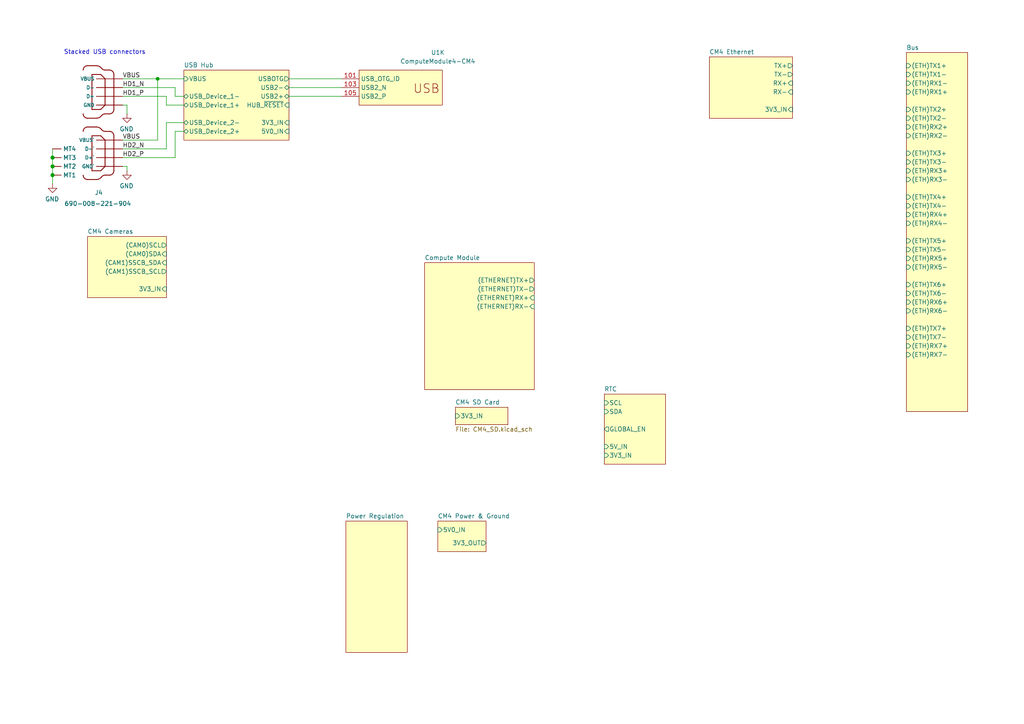
<source format=kicad_sch>
(kicad_sch (version 20231120) (generator "eeschema") (generator_version "8.0")
  (paper "A4")
  (lib_symbols
    (symbol "CM4IO:USB_67298-4090" (pin_numbers hide)
      (property "Reference" "J" (at -5.08 21.6408 0))
      (property "Value" "USB_67298-4090" (at -5.08 -17.8054 0))
      (symbol "USB_67298-4090_0_0"
        (arc (start -5.08 -11.43) (mid -4.708 -12.328) (end -3.81 -12.7) (stroke (width 0.254)))
        (arc (start -5.08 6.35) (mid -4.708 5.452) (end -3.81 5.08) (stroke (width 0.254)))
        (arc (start -3.81 0) (mid -4.708 -0.372) (end -5.08 -1.27) (stroke (width 0.254)))
        (arc (start -3.81 17.78) (mid -4.708 17.408) (end -5.08 16.51) (stroke (width 0.254)))
        (arc (start -2.54 0) (mid -1.972 0.1341) (end -1.524 0.508) (stroke (width 0.254)))
        (arc (start -2.54 17.78) (mid -1.972 17.9141) (end -1.524 18.288) (stroke (width 0.254)))
        (arc (start -1.524 -13.208) (mid -1.972 -12.8341) (end -2.54 -12.7) (stroke (width 0.254)))
        (arc (start -1.524 -13.208) (mid -0.8519 -13.7689) (end 0 -13.97) (stroke (width 0.254)))
        (arc (start -1.524 4.572) (mid -1.972 4.9459) (end -2.54 5.08) (stroke (width 0.254)))
        (arc (start -1.524 4.572) (mid -0.8519 4.0111) (end 0 3.81) (stroke (width 0.254)))
        (polyline (pts (xy -5.08 -1.27) (xy -5.08 -11.43)) (stroke (width 0.254)))
        (polyline (pts (xy -5.08 16.51) (xy -5.08 6.35)) (stroke (width 0.254)))
        (polyline (pts (xy -3.81 -12.7) (xy -2.54 -12.7)) (stroke (width 0.254)))
        (polyline (pts (xy -3.81 0) (xy -2.54 0)) (stroke (width 0.254)))
        (polyline (pts (xy -3.81 5.08) (xy -2.54 5.08)) (stroke (width 0.254)))
        (polyline (pts (xy -3.81 17.78) (xy -2.54 17.78)) (stroke (width 0.254)))
        (polyline (pts (xy -2.54 -10.16) (xy -1.27 -11.43)) (stroke (width 0.254)))
        (polyline (pts (xy -2.54 -2.54) (xy -2.54 -10.16)) (stroke (width 0.254)))
        (polyline (pts (xy -2.54 7.62) (xy -1.27 6.35)) (stroke (width 0.254)))
        (polyline (pts (xy -2.54 15.24) (xy -2.54 7.62)) (stroke (width 0.254)))
        (polyline (pts (xy -1.27 -11.43) (xy 1.27 -11.43)) (stroke (width 0.254)))
        (polyline (pts (xy -1.27 -1.27) (xy -2.54 -2.54)) (stroke (width 0.254)))
        (polyline (pts (xy -1.27 6.35) (xy 1.27 6.35)) (stroke (width 0.254)))
        (polyline (pts (xy -1.27 16.51) (xy -2.54 15.24)) (stroke (width 0.254)))
        (polyline (pts (xy 0 -13.97) (xy 2.54 -13.97)) (stroke (width 0.254)))
        (polyline (pts (xy 0 1.27) (xy 2.54 1.27)) (stroke (width 0.254)))
        (polyline (pts (xy 0 3.81) (xy 2.54 3.81)) (stroke (width 0.254)))
        (polyline (pts (xy 0 19.05) (xy 2.54 19.05)) (stroke (width 0.254)))
        (polyline (pts (xy 1.27 -11.43) (xy 1.27 -1.27)) (stroke (width 0.254)))
        (polyline (pts (xy 1.27 -1.27) (xy -1.27 -1.27)) (stroke (width 0.254)))
        (polyline (pts (xy 1.27 6.35) (xy 1.27 16.51)) (stroke (width 0.254)))
        (polyline (pts (xy 1.27 16.51) (xy -1.27 16.51)) (stroke (width 0.254)))
        (arc (start 0 1.27) (mid -0.8519 1.0689) (end -1.524 0.508) (stroke (width 0.254)))
        (arc (start 0 19.05) (mid -0.8519 18.8489) (end -1.524 18.288) (stroke (width 0.254)))
        (arc (start 2.54 -13.97) (mid 3.438 -13.598) (end 3.81 -12.7) (stroke (width 0.254)))
        (arc (start 2.54 3.81) (mid 3.438 4.182) (end 3.81 5.08) (stroke (width 0.254)))
        (arc (start 3.81 0) (mid 3.438 0.898) (end 2.54 1.27) (stroke (width 0.254)))
        (arc (start 3.81 17.78) (mid 3.438 18.678) (end 2.54 19.05) (stroke (width 0.254)))
        (pin power_in line (at -7.62 -2.54 0) (length 7.62) (name "VBUS`") (number "1"))
        (pin passive line (at -7.62 -5.08 0) (length 7.62) (name "D-`") (number "2"))
        (pin passive line (at -7.62 -7.62 0) (length 7.62) (name "D+`") (number "3"))
        (pin power_in line (at -7.62 -10.16 0) (length 7.62) (name "GND`") (number "4"))
        (pin power_in line (at -7.62 15.24 0) (length 7.62) (name "VBUS") (number "5"))
        (pin passive line (at -7.62 12.7 0) (length 7.62) (name "D-") (number "6"))
        (pin passive line (at -7.62 10.16 0) (length 7.62) (name "D+") (number "7"))
        (pin power_in line (at -7.62 7.62 0) (length 7.62) (name "GND") (number "8"))
        (pin passive line (at 12.7 -12.7 180) (length 2.54) (name "MT1") (number "MT1"))
        (pin passive line (at 12.7 -10.16 180) (length 2.54) (name "MT2") (number "MT2"))
        (pin passive line (at 12.7 -7.62 180) (length 2.54) (name "MT3") (number "MT3"))
        (pin passive line (at 12.7 -5.08 180) (length 2.54) (name "MT4") (number "MT4"))
      )
    )
    (symbol "ComputeModule4-CM4_7"
      (property "Reference" "U1" (at 22.86 5.08 0))
      (property "Value" "ComputeModule4-CM4" (at 22.86 2.54 0))
      (symbol "ComputeModule4-CM4_7_1_1"
        (rectangle (start 0 0) (end 78.74 -78.74) (fill (type background)))
        (text "GPIO" (at 72.644 -3.556 0) (effects (font (size 2.54 2.54))))
        (pin passive line (at -49.53 -7.62 0) (length 5.08) hide (name "Reserved") (number "104"))
        (pin passive line (at -49.53 -10.16 0) (length 5.08) hide (name "Reserved") (number "106"))
        (pin passive line (at -5.08 -68.58 0) (length 5.08) (name "GPIO26/SD0_DAT2/DPI_D22/SD1_DAT2/ARM_TDI/SPI5_CE1_N") (number "24"))
        (pin passive line (at -5.08 -55.88 0) (length 5.08) (name "GPIO21/PCM_DOUT/SD13/DPI_D17/SPI6_SCLK/SPI1_SCLK/GPCLK1") (number "25"))
        (pin passive line (at -5.08 -50.8 0) (length 5.08) (name "GPIO19/PCM_FS/SD11/DPI_D15/SPI6_MISO/SPI1_MISO/PWM0_1") (number "26"))
        (pin passive line (at -5.08 -53.34 0) (length 5.08) (name "GPIO20/PCM_DIN/SD12/DPI_D16/SPI6_MOSI/SPI1_MOSI/GPCLK0") (number "27"))
        (pin passive line (at -5.08 -35.56 0) (length 5.08) (name "GPIO13/PWM0_1/SD5/DPI_D9/SPI5_MISO/RXD5/SCL5") (number "28"))
        (pin passive line (at -5.08 -43.18 0) (length 5.08) (name "GPIO16/SD8/DPI_D12/CTS0/SPI1_CE2_N/CTS1") (number "29"))
        (pin passive line (at -5.08 -17.78 0) (length 5.08) (name "GPIO6/GPCLK2/SDE_N/SE/DPI_D2/SPI4_MOSI/CTS3/SDA4") (number "30"))
        (pin passive line (at -5.08 -33.02 0) (length 5.08) (name "GPIO12/PWM0_0/SD4/DPI_D8/SPI5_CE0_N/TXD5/SDA5") (number "31"))
        (pin passive line (at -5.08 -15.24 0) (length 5.08) (name "GPIO5/GPCLK1/SA0/DPI_D1/SPI4_MISO/RXD3/SCL3") (number "34"))
        (pin passive line (at -5.08 -5.08 0) (length 5.08) (name "GPIO1/SCL0/SA4/DE/SPI3_MISO/RXD2/SCL6") (number "35"))
        (pin passive line (at -5.08 -2.54 0) (length 5.08) (name "GPIO0/SDA0/SA5/PCLK/SPI3_CE0_N/TXD2/SDA6") (number "36"))
        (pin passive line (at -5.08 -20.32 0) (length 5.08) (name "GPIO7/SPI0_CE1_N/SWE_N/SRW_N/DPI_D3/SPI4_SCLK/RTS3/SCL4") (number "37"))
        (pin passive line (at -5.08 -30.48 0) (length 5.08) (name "GPIO11/SPI0_SCLK/SD3/DPI_D7/BSCSL_SCL/BSCSL_SCLK/RTS4/SCL5") (number "38"))
        (pin passive line (at -5.08 -22.86 0) (length 5.08) (name "GPIO8/SPI0_CE0_N/SD0/DPI_D4/BSCSL_CE_N/TXD4/SDA4") (number "39"))
        (pin passive line (at -5.08 -25.4 0) (length 5.08) (name "GPIO9/SPI0_MISO/SD1/DPI_D5/BSCSL_MISO/RXD4/SCL4") (number "40"))
        (pin passive line (at -5.08 -66.04 0) (length 5.08) (name "GPIO25/SD0_DAT1/SD17/DPI_D21/SD1_DAT1/ARM_TCK/SPI4_CE1_N") (number "41"))
        (pin passive line (at -5.08 -27.94 0) (length 5.08) (name "GPIO10/SPI0_MOSI/SD2/DPI_D6/BSCSL_SDA/BSCSL_MOSI/CTS4/SDA5") (number "44"))
        (pin passive line (at -5.08 -63.5 0) (length 5.08) (name "GPIO24/SD0_DAT0/SD16/DPI_D20/SD1_DAT0/ARM_TD0/SPI3_CE1_N") (number "45"))
        (pin passive line (at -5.08 -58.42 0) (length 5.08) (name "GPIO22/SDO_CLK/SD14/DPI_D18/SD1_CLK/ARM_TRST/SDA6") (number "46"))
        (pin passive line (at -5.08 -60.96 0) (length 5.08) (name "GPIO23/SD0_CMD/SD15/DPI_D19/SD1_CMD/ARM_RTCK/SCL6") (number "47"))
        (pin passive line (at -5.08 -71.12 0) (length 5.08) (name "GPIO27/SD0_DAT3/DPI_D23/SD1_DAT3/ARM_TMS/SPI6_CE1_N") (number "48"))
        (pin passive line (at -5.08 -48.26 0) (length 5.08) (name "GPIO18/PCM_CLK/SD10/DPI_D14/SPI6_CE0_N/SPI1_CE0_N/PWM0_0") (number "49"))
        (pin passive line (at -5.08 -45.72 0) (length 5.08) (name "GPIO17/SD9/DPI_D13/RTS0/SPI1_CE1_N/RTS1") (number "50"))
        (pin passive line (at -5.08 -40.64 0) (length 5.08) (name "GPIO15/RXD0/SD7/DPI_D11/SPI5_SCLK/RTS5/RXD1") (number "51"))
        (pin passive line (at -5.08 -12.7 0) (length 5.08) (name "GPIO4/GPCLK0/SA1/DPI_D0/SPI4_CE0_N/TXD3/SDA3") (number "54"))
        (pin passive line (at -5.08 -38.1 0) (length 5.08) (name "GPIO14/TXD0/SD6/DPI_D10/SPI5_MOSI/CTS5/TXD1") (number "55"))
        (pin passive line (at -5.08 -10.16 0) (length 5.08) (name "GPIO3/SCL1/SA2/LCD_HSYNC/SPI3_SCLK/RTS2/SCL3") (number "56"))
        (pin passive line (at -5.08 -7.62 0) (length 5.08) (name "GPIO2/SDA1/SA3/LCD_VSYNC/SPI3_MOSI/CTS2/SDA3") (number "58"))
        (pin passive line (at -5.08 -76.2 0) (length 5.08) (name "GPIO45/PWM0_1/SCL0/SCL1/SPI0_CE2_N/SD_CARD_PWR0") (number "80"))
        (pin passive line (at -5.08 -73.66 0) (length 5.08) (name "GPIO44/GPCLK1/SDA0/SDA1/SPI0_CE1_N/SD_CARD_VOLT") (number "82"))
      )
      (symbol "ComputeModule4-CM4_7_2_1"
        (rectangle (start 0 0) (end 34.29 -44.45) (fill (type background)))
        (text "HDMI" (at 17.526 -22.606 900) (effects (font (size 2.54 2.54))))
        (pin input line (at -5.08 -35.56 0) (length 5.08) (name "HDMI1_HOTPLUG") (number "143"))
        (pin bidirectional line (at -5.08 -39.37 0) (length 5.08) (name "HDMI1_SDA") (number "145"))
        (pin output line (at -5.08 -2.54 0) (length 5.08) (name "HDMI1_TX2_P") (number "146"))
        (pin open_collector line (at -5.08 -41.91 0) (length 5.08) (name "HDMI1_SCL") (number "147"))
        (pin output line (at -5.08 -5.08 0) (length 5.08) (name "HDMI1_TX2_N") (number "148"))
        (pin open_collector line (at -5.08 -33.02 0) (length 5.08) (name "HDMI1_CEC") (number "149"))
        (pin open_collector line (at 39.37 -33.02 180) (length 5.08) (name "HDMI0_CEC") (number "151"))
        (pin output line (at -5.08 -10.16 0) (length 5.08) (name "HDMI1_TX1_P") (number "152"))
        (pin input line (at 39.37 -35.56 180) (length 5.08) (name "HDMI0_HOTPLUG") (number "153"))
        (pin output line (at -5.08 -12.7 0) (length 5.08) (name "HDMI1_TX1_N") (number "154"))
        (pin output line (at -5.08 -17.78 0) (length 5.08) (name "HDMI1_TX0_P") (number "158"))
        (pin output line (at -5.08 -20.32 0) (length 5.08) (name "HDMI1_TX0_N") (number "160"))
        (pin output line (at -5.08 -25.4 0) (length 5.08) (name "HDMI1_CLK_P") (number "164"))
        (pin output line (at -5.08 -27.94 0) (length 5.08) (name "HDMI1_CLK_N") (number "166"))
        (pin output line (at 39.37 -2.54 180) (length 5.08) (name "HDMI0_TX2_P") (number "170"))
        (pin output line (at 39.37 -5.08 180) (length 5.08) (name "HDMI0_TX2_N") (number "172"))
        (pin output line (at 39.37 -10.16 180) (length 5.08) (name "HDMI0_TX1_P") (number "176"))
        (pin output line (at 39.37 -12.7 180) (length 5.08) (name "HDMI0_TX1_N") (number "178"))
        (pin output line (at 39.37 -17.78 180) (length 5.08) (name "HDMI0_TX0_P") (number "182"))
        (pin output line (at 39.37 -20.32 180) (length 5.08) (name "HDMI0_TX0_N") (number "184"))
        (pin output line (at 39.37 -25.4 180) (length 5.08) (name "HDMI0_CLK_P") (number "188"))
        (pin output line (at 39.37 -27.94 180) (length 5.08) (name "HDMI0_CLK_N") (number "190"))
        (pin bidirectional line (at 39.37 -39.37 180) (length 5.08) (name "HDMI0_SDA") (number "199"))
        (pin open_collector line (at 39.37 -41.91 180) (length 5.08) (name "HDMI0_SCL") (number "200"))
      )
      (symbol "ComputeModule4-CM4_7_3_1"
        (rectangle (start 0 0) (end 17.78 -68.58) (fill (type background)))
        (text "GND" (at 9.144 -33.02 900) (effects (font (size 2.54 2.54))))
        (pin power_in line (at -5.08 -2.54 0) (length 5.08) (name "GND") (number "1"))
        (pin power_in line (at -5.08 -58.42 0) (length 5.08) (name "GND") (number "107"))
        (pin power_in line (at -5.08 -55.88 0) (length 5.08) (name "GND") (number "108"))
        (pin power_in line (at -5.08 -60.96 0) (length 5.08) (name "GND") (number "113"))
        (pin power_in line (at -5.08 -63.5 0) (length 5.08) (name "GND") (number "114"))
        (pin power_in line (at -5.08 -66.04 0) (length 5.08) (name "GND") (number "119"))
        (pin power_in line (at 22.86 -2.54 180) (length 5.08) (name "GND") (number "120"))
        (pin power_in line (at 22.86 -5.08 180) (length 5.08) (name "GND") (number "125"))
        (pin power_in line (at 22.86 -7.62 180) (length 5.08) (name "GND") (number "126"))
        (pin power_in line (at -5.08 -12.7 0) (length 5.08) (name "GND") (number "13"))
        (pin power_in line (at 22.86 -10.16 180) (length 5.08) (name "GND") (number "131"))
        (pin power_in line (at 22.86 -12.7 180) (length 5.08) (name "GND") (number "132"))
        (pin power_in line (at 22.86 -15.24 180) (length 5.08) (name "GND") (number "137"))
        (pin power_in line (at 22.86 -17.78 180) (length 5.08) (name "GND") (number "138"))
        (pin power_in line (at -5.08 -15.24 0) (length 5.08) (name "GND") (number "14"))
        (pin power_in line (at 22.86 -20.32 180) (length 5.08) (name "GND") (number "144"))
        (pin power_in line (at 22.86 -22.86 180) (length 5.08) (name "GND") (number "150"))
        (pin power_in line (at 22.86 -25.4 180) (length 5.08) (name "GND") (number "155"))
        (pin power_in line (at 22.86 -27.94 180) (length 5.08) (name "GND") (number "156"))
        (pin power_in line (at 22.86 -30.48 180) (length 5.08) (name "GND") (number "161"))
        (pin power_in line (at 22.86 -33.02 180) (length 5.08) (name "GND") (number "162"))
        (pin power_in line (at 22.86 -35.56 180) (length 5.08) (name "GND") (number "167"))
        (pin power_in line (at 22.86 -38.1 180) (length 5.08) (name "GND") (number "168"))
        (pin power_in line (at 22.86 -40.64 180) (length 5.08) (name "GND") (number "173"))
        (pin power_in line (at 22.86 -43.18 180) (length 5.08) (name "GND") (number "174"))
        (pin power_in line (at 22.86 -45.72 180) (length 5.08) (name "GND") (number "179"))
        (pin power_in line (at 22.86 -48.26 180) (length 5.08) (name "GND") (number "180"))
        (pin power_in line (at 22.86 -50.8 180) (length 5.08) (name "GND") (number "185"))
        (pin power_in line (at 22.86 -53.34 180) (length 5.08) (name "GND") (number "186"))
        (pin power_in line (at 22.86 -55.88 180) (length 5.08) (name "GND") (number "191"))
        (pin power_in line (at 22.86 -58.42 180) (length 5.08) (name "GND") (number "192"))
        (pin power_in line (at 22.86 -60.96 180) (length 5.08) (name "GND") (number "197"))
        (pin power_in line (at 22.86 -63.5 180) (length 5.08) (name "GND") (number "198"))
        (pin power_in line (at -5.08 -5.08 0) (length 5.08) (name "GND") (number "2"))
        (pin power_in line (at -5.08 -17.78 0) (length 5.08) (name "GND") (number "22"))
        (pin power_in line (at -5.08 -20.32 0) (length 5.08) (name "GND") (number "23"))
        (pin power_in line (at -5.08 -22.86 0) (length 5.08) (name "GND") (number "32"))
        (pin power_in line (at -5.08 -25.4 0) (length 5.08) (name "GND") (number "33"))
        (pin power_in line (at -5.08 -27.94 0) (length 5.08) (name "GND") (number "42"))
        (pin power_in line (at -5.08 -30.48 0) (length 5.08) (name "GND") (number "43"))
        (pin power_in line (at -5.08 -33.02 0) (length 5.08) (name "GND") (number "52"))
        (pin power_in line (at -5.08 -35.56 0) (length 5.08) (name "GND") (number "53"))
        (pin power_in line (at -5.08 -38.1 0) (length 5.08) (name "GND") (number "59"))
        (pin power_in line (at -5.08 -40.64 0) (length 5.08) (name "GND") (number "60"))
        (pin power_in line (at -5.08 -43.18 0) (length 5.08) (name "GND") (number "65"))
        (pin power_in line (at -5.08 -45.72 0) (length 5.08) (name "GND") (number "66"))
        (pin power_in line (at -5.08 -7.62 0) (length 5.08) (name "GND") (number "7"))
        (pin power_in line (at -5.08 -48.26 0) (length 5.08) (name "GND") (number "71"))
        (pin power_in line (at -5.08 -50.8 0) (length 5.08) (name "GND") (number "74"))
        (pin power_in line (at -5.08 -10.16 0) (length 5.08) (name "GND") (number "8"))
        (pin power_in line (at -5.08 -53.34 0) (length 5.08) (name "GND") (number "98"))
      )
      (symbol "ComputeModule4-CM4_7_4_1"
        (rectangle (start 0 0) (end 22.86 -31.75) (fill (type background)))
        (text "PCIe" (at 17.78 -2.794 0) (effects (font (size 2.54 2.54))))
        (pin input line (at -5.08 -25.4 0) (length 5.08) (name "PCIe_CLK_nREQ") (number "102"))
        (pin bidirectional line (at -5.08 -27.94 0) (length 5.08) (name "PCIe_nRST") (number "109"))
        (pin output line (at -5.08 -17.78 0) (length 5.08) (name "PCIe_CLK_P") (number "110"))
        (pin output line (at -5.08 -20.32 0) (length 5.08) (name "PCIe_CLK_N") (number "112"))
        (pin input line (at -5.08 -2.54 0) (length 5.08) (name "PCIe_RX_P") (number "116"))
        (pin input line (at -5.08 -5.08 0) (length 5.08) (name "PCIe_RX_N") (number "118"))
        (pin output line (at -5.08 -10.16 0) (length 5.08) (name "PCIe_TX_P") (number "122"))
        (pin output line (at -5.08 -12.7 0) (length 5.08) (name "PCIe_TX_N") (number "124"))
      )
      (symbol "ComputeModule4-CM4_7_5_1"
        (rectangle (start 0 0) (end 30.48 -38.1) (fill (type background)))
        (text "Cameras" (at 8.89 -35.56 0) (effects (font (size 2.54 2.54))))
        (pin input line (at 35.56 -2.54 180) (length 5.08) (name "CAM1_D0_N") (number "115"))
        (pin input line (at 35.56 -5.08 180) (length 5.08) (name "CAM1_D0_P") (number "117"))
        (pin input line (at 35.56 -10.16 180) (length 5.08) (name "CAM1_D1_N") (number "121"))
        (pin input line (at 35.56 -12.7 180) (length 5.08) (name "CAM1_D1_P") (number "123"))
        (pin input line (at 35.56 -17.78 180) (length 5.08) (name "CAM1_C_N") (number "127"))
        (pin input line (at -5.08 -2.54 0) (length 5.08) (name "CAM0_D0_N") (number "128"))
        (pin input line (at 35.56 -20.32 180) (length 5.08) (name "CAM1_C_P") (number "129"))
        (pin input line (at -5.08 -5.08 0) (length 5.08) (name "CAM0_D0_P") (number "130"))
        (pin input line (at 35.56 -25.4 180) (length 5.08) (name "CAM1_D2_N") (number "133"))
        (pin input line (at -5.08 -10.16 0) (length 5.08) (name "CAM0_D1_N") (number "134"))
        (pin input line (at 35.56 -27.94 180) (length 5.08) (name "CAM1_D2_P") (number "135"))
        (pin input line (at -5.08 -12.7 0) (length 5.08) (name "CAM0_D1_P") (number "136"))
        (pin input line (at 35.56 -33.02 180) (length 5.08) (name "CAM1_D3_N") (number "139"))
        (pin input line (at -5.08 -17.78 0) (length 5.08) (name "CAM0_C_N") (number "140"))
        (pin input line (at 35.56 -35.56 180) (length 5.08) (name "CAM1_D3_P") (number "141"))
        (pin input line (at -5.08 -20.32 0) (length 5.08) (name "CAM0_C_P") (number "142"))
        (pin passive line (at -5.08 -25.4 0) (length 5.08) (name "Camera_GPIO") (number "97"))
      )
      (symbol "ComputeModule4-CM4_7_6_1"
        (rectangle (start 0 0) (end 30.48 -38.1) (fill (type background)))
        (text "DSI" (at 3.302 -35.814 0) (effects (font (size 2.54 2.54))))
        (pin output line (at -5.08 -2.54 0) (length 5.08) (name "DSI0_D0_N") (number "157"))
        (pin output line (at -5.08 -5.08 0) (length 5.08) (name "DSI0_D0_P") (number "159"))
        (pin output line (at -5.08 -10.16 0) (length 5.08) (name "DSI0_D1_N") (number "163"))
        (pin output line (at -5.08 -12.7 0) (length 5.08) (name "DSI0_D1_P") (number "165"))
        (pin output line (at -5.08 -17.78 0) (length 5.08) (name "DSI0_C_N") (number "169"))
        (pin output line (at -5.08 -20.32 0) (length 5.08) (name "DSI0_C_P") (number "171"))
        (pin output line (at 35.56 -2.54 180) (length 5.08) (name "DSI1_D0_N") (number "175"))
        (pin output line (at 35.56 -5.08 180) (length 5.08) (name "DSI1_D0_P") (number "177"))
        (pin output line (at 35.56 -10.16 180) (length 5.08) (name "DSI1_D1_N") (number "181"))
        (pin output line (at 35.56 -12.7 180) (length 5.08) (name "DSI1_D1_P") (number "183"))
        (pin output line (at 35.56 -33.02 180) (length 5.08) (name "DSI1_C_N") (number "187"))
        (pin output line (at 35.56 -35.56 180) (length 5.08) (name "DSI1_C_P") (number "189"))
        (pin output line (at 35.56 -17.78 180) (length 5.08) (name "DSI1_D2_N") (number "193"))
        (pin output line (at 35.56 -25.4 180) (length 5.08) (name "DSI1_D3_N") (number "194"))
        (pin output line (at 35.56 -20.32 180) (length 5.08) (name "DSI1_D2_P") (number "195"))
        (pin output line (at 35.56 -27.94 180) (length 5.08) (name "DSI1_D3_P") (number "196"))
      )
      (symbol "ComputeModule4-CM4_7_7_1"
        (rectangle (start 0 0) (end 45.72 -20.32) (fill (type background)))
        (text "Power" (at 21.336 -5.334 0) (effects (font (size 2.54 2.54))))
        (pin power_in line (at -5.08 -2.54 0) (length 5.08) (name "+5v_(Input)") (number "77"))
        (pin power_in line (at 50.8 -10.16 180) (length 5.08) (name "GPIO_VREF(1.8v/3.3v_Input)") (number "78"))
        (pin power_in line (at -5.08 -5.08 0) (length 5.08) (name "+5v_(Input)") (number "79"))
        (pin power_in line (at -5.08 -7.62 0) (length 5.08) (name "+5v_(Input)") (number "81"))
        (pin power_in line (at -5.08 -10.16 0) (length 5.08) (name "+5v_(Input)") (number "83"))
        (pin power_out line (at 50.8 -15.24 180) (length 5.08) (name "+3.3v_(Output)") (number "84"))
        (pin power_in line (at -5.08 -12.7 0) (length 5.08) (name "+5v_(Input)") (number "85"))
        (pin power_out line (at 50.8 -17.78 180) (length 5.08) (name "+3.3v_(Output)") (number "86"))
        (pin power_in line (at -5.08 -15.24 0) (length 5.08) (name "+5v_(Input)") (number "87"))
        (pin power_out line (at 50.8 -2.54 180) (length 5.08) (name "+1.8v_(Output)") (number "88"))
        (pin power_out line (at 50.8 -5.08 180) (length 5.08) (name "+1.8v_(Output)") (number "90"))
      )
      (symbol "ComputeModule4-CM4_7_8_1"
        (rectangle (start 0 0) (end 49.53 -27.94) (fill (type background)))
        (text "Ethernet" (at 49.022 -2.54 0) (effects (font (size 2.54 2.54)) (justify right)))
        (pin passive line (at -5.08 -5.08 0) (length 5.08) (name "Ethernet_Pair0_N") (number "10"))
        (pin passive line (at -5.08 -12.7 0) (length 5.08) (name "Ethernet_Pair2_P") (number "11"))
        (pin passive line (at -5.08 -2.54 0) (length 5.08) (name "Ethernet_Pair0_P") (number "12"))
        (pin output line (at 54.61 -10.16 180) (length 5.08) (name "Ethernet_nLED3(3.3v)") (number "15"))
        (pin input line (at -5.08 -25.4 0) (length 5.08) (name "Ethernet_SYNC_IN(1.8v)") (number "16"))
        (pin output line (at 54.61 -12.7 180) (length 5.08) (name "Ethernet_nLED2(3.3v)") (number "17"))
        (pin output line (at 54.61 -25.4 180) (length 5.08) (name "Ethernet_SYNC_OUT(1.8v)") (number "18"))
        (pin output line (at 54.61 -15.24 180) (length 5.08) (name "Ethernet_nLED1(3.3v)") (number "19"))
        (pin passive line (at -5.08 -17.78 0) (length 5.08) (name "Ethernet_Pair3_P") (number "3"))
        (pin passive line (at -5.08 -7.62 0) (length 5.08) (name "Ethernet_Pair1_P") (number "4"))
        (pin passive line (at -5.08 -20.32 0) (length 5.08) (name "Ethernet_Pair3_N") (number "5"))
        (pin passive line (at -5.08 -10.16 0) (length 5.08) (name "Ethernet_Pair1_N") (number "6"))
        (pin passive line (at -5.08 -15.24 0) (length 5.08) (name "Ethernet_Pair2_N") (number "9"))
      )
      (symbol "ComputeModule4-CM4_7_9_1"
        (rectangle (start 0 0) (end 19.05 -35.56) (fill (type background)))
        (text "NB SD signals are only available" (at 9.906 -39.878 0) (effects (font (size 1.27 1.27))))
        (text "on modules without eMMC" (at 8.382 -42.926 0) (effects (font (size 1.27 1.27))))
        (text "Only On CM4Lite" (at 8.636 -37.084 0) (effects (font (size 1.27 1.27))))
        (text "SD" (at 16.002 -2.54 0) (effects (font (size 2.54 2.54))))
        (pin passive line (at -5.08 -10.16 0) (length 5.08) (name "SD_CLK") (number "57"))
        (pin passive line (at -5.08 -5.08 0) (length 5.08) (name "SD_DAT3") (number "61"))
        (pin passive line (at -5.08 -7.62 0) (length 5.08) (name "SD_CMD") (number "62"))
        (pin passive line (at -5.08 -12.7 0) (length 5.08) (name "SD_DAT0") (number "63"))
        (pin passive line (at -5.08 -17.78 0) (length 5.08) (name "SD_DAT5") (number "64"))
        (pin passive line (at -5.08 -15.24 0) (length 5.08) (name "SD_DAT1") (number "67"))
        (pin passive line (at -5.08 -20.32 0) (length 5.08) (name "SD_DAT4") (number "68"))
        (pin passive line (at -5.08 -2.54 0) (length 5.08) (name "SD_DAT2") (number "69"))
        (pin passive line (at -5.08 -22.86 0) (length 5.08) (name "SD_DAT7") (number "70"))
        (pin passive line (at -5.08 -25.4 0) (length 5.08) (name "SD_DAT6") (number "72"))
        (pin input line (at -5.08 -27.94 0) (length 5.08) (name "SD_VDD_Override") (number "73"))
        (pin output line (at -5.08 -30.48 0) (length 5.08) (name "SD_PWR_ON") (number "75"))
        (pin passive line (at -5.08 -33.02 0) (length 5.08) (name "Reserved") (number "76"))
      )
      (symbol "ComputeModule4-CM4_7_10_1"
        (rectangle (start 0 0) (end 26.67 -33.02) (fill (type background)))
        (text "Boot &\nStatus" (at 19.304 -4.318 0) (effects (font (size 2.54 2.54))))
        (pin output line (at -5.08 -10.16 0) (length 5.08) (name "nEXTRST") (number "100"))
        (pin passive line (at -5.08 -30.48 0) (length 5.08) (name "VDAC_COMP") (number "111"))
        (pin passive line (at -5.08 -25.4 0) (length 5.08) (name "EEPROM_nWP") (number "20"))
        (pin open_collector line (at -5.08 -27.94 0) (length 5.08) (name "PI_nLED_Activity") (number "21"))
        (pin power_in line (at -5.08 -20.32 0) (length 5.08) (name "WiFi_nDisable") (number "89"))
        (pin power_in line (at -5.08 -22.86 0) (length 5.08) (name "BT_nDisable") (number "91"))
        (pin passive line (at -5.08 -2.54 0) (length 5.08) (name "RUN_PG") (number "92"))
        (pin input line (at -5.08 -17.78 0) (length 5.08) (name "nRPIBOOT") (number "93"))
        (pin passive line (at -5.08 -5.08 0) (length 5.08) (name "AnalogIP1") (number "94"))
        (pin output line (at -5.08 -15.24 0) (length 5.08) (name "nPI_LED_PWR") (number "95"))
        (pin passive line (at -5.08 -7.62 0) (length 5.08) (name "AnalogIP0") (number "96"))
        (pin input line (at -5.08 -12.7 0) (length 5.08) (name "Global_EN") (number "99"))
      )
      (symbol "ComputeModule4-CM4_7_11_1"
        (rectangle (start 0 0) (end 24.13 -10.16) (fill (type background)))
        (text "USB" (at 19.558 -5.334 0) (effects (font (size 2.54 2.54))))
        (pin input line (at -5.08 -2.54 0) (length 5.08) (name "USB_OTG_ID") (number "101"))
        (pin passive line (at -5.08 -5.08 0) (length 5.08) (name "USB2_N") (number "103"))
        (pin passive line (at 29.21 -5.08 180) (length 5.08) hide (name "Reserved") (number "104"))
        (pin passive line (at -5.08 -7.62 0) (length 5.08) (name "USB2_P") (number "105"))
        (pin passive line (at 29.21 -7.62 180) (length 5.08) hide (name "Reserved") (number "106"))
        (pin passive line (at 29.21 -2.54 180) (length 5.08) hide (name "Reserved") (number "76"))
      )
    )
    (symbol "power:GND" (power) (pin_names (offset 0))
      (property "Value" "GND" (at 0 -3.81 0))
      (symbol "GND_0_1"
        (polyline (pts (xy 0 0) (xy 0 -1.27) (xy 1.27 -1.27) (xy 0 -2.54) (xy -1.27 -1.27) (xy 0 -1.27)))
      )
      (symbol "GND_1_1"
        (pin power_in line (at 0 0 270) (length 0) hide (name "GND") (number "1"))
      )
    )
  )
  (junction (at 45.72 22.86))
  (junction (at 15.24 45.72) (diameter 1.016))
  (junction (at 15.24 50.8) (diameter 1.016))
  (junction (at 15.24 48.26) (diameter 1.016))
  (wire (pts (xy 35.56 45.72) (xy 50.8 45.72)))
  (wire (pts (xy 50.8 25.4) (xy 50.8 27.94)))
  (wire (pts (xy 48.26 30.48) (xy 53.34 30.48)))
  (wire (pts (xy 35.56 40.64) (xy 45.72 40.64)))
  (wire (pts (xy 35.56 30.48) (xy 36.83 30.48)))
  (wire (pts (xy 35.56 22.86) (xy 45.72 22.86)))
  (wire (pts (xy 50.8 45.72) (xy 50.8 38.1)))
  (wire (pts (xy 45.72 22.86) (xy 45.72 40.64)))
  (wire (pts (xy 83.82 25.4) (xy 99.06 25.4)))
  (wire (pts (xy 15.24 50.8) (xy 15.24 53.34)))
  (wire (pts (xy 48.26 35.56) (xy 53.34 35.56)))
  (wire (pts (xy 36.83 30.48) (xy 36.83 33.02)))
  (wire (pts (xy 83.82 22.86) (xy 99.06 22.86)))
  (wire (pts (xy 48.26 43.18) (xy 48.26 35.56)))
  (wire (pts (xy 50.8 27.94) (xy 53.34 27.94)))
  (wire (pts (xy 36.83 48.26) (xy 36.83 49.53)))
  (wire (pts (xy 35.56 43.18) (xy 48.26 43.18)))
  (wire (pts (xy 50.8 38.1) (xy 53.34 38.1)))
  (wire (pts (xy 35.56 48.26) (xy 36.83 48.26)))
  (wire (pts (xy 35.56 27.94) (xy 48.26 27.94)))
  (wire (pts (xy 15.24 48.26) (xy 15.24 50.8)))
  (wire (pts (xy 45.72 22.86) (xy 53.34 22.86)))
  (wire (pts (xy 83.82 27.94) (xy 99.06 27.94)))
  (wire (pts (xy 15.24 43.18) (xy 15.24 45.72)))
  (wire (pts (xy 35.56 25.4) (xy 50.8 25.4)))
  (wire (pts (xy 15.24 45.72) (xy 15.24 48.26)))
  (wire (pts (xy 48.26 27.94) (xy 48.26 30.48)))
  (text "Stacked USB connectors" (at 18.4912 15.9512 0) (effects (font (size 1.27 1.27)) (justify left bottom)))
  (label "VBUS" (at 35.56 40.64 0))
  (label "HD1_N" (at 35.56 25.4 0))
  (label "HD2_P" (at 35.56 45.72 0))
  (label "HD2_N" (at 35.56 43.18 0))
  (label "VBUS" (at 35.56 22.86 0))
  (label "HD1_P" (at 35.56 27.94 0))
  (symbol (lib_id "power:GND") (at 36.83 33.02 0) (mirror y) (unit 1)
    (property "Reference" "#PWR033" (effects (hide yes)))
    (property "Value" "GND" (at 36.703 37.4142 0))
  )
  (symbol (lib_id "power:GND") (at 36.83 49.53 0) (mirror y) (unit 1)
    (property "Reference" "#PWR035" (effects (hide yes)))
    (property "Value" "GND" (at 36.703 53.9242 0))
  )
  (symbol (lib_id "CM4IO:USB_67298-4090") (at 27.94 38.1 0) (mirror y) (unit 1)
    (property "Reference" "J4" (at 29.845 55.88 0) (effects (justify left)))
    (property "Value" "690-008-221-904" (at 38.1 59.055 0) (effects (justify left)))
    (property "Footprint" "CM4IO:MOLEX_USB_67298-4090" (effects (hide yes)))
    (property "Datasheet" "https://www.molex.com/pdm_docs/sd/672984090_sd.pdf" (effects (hide yes)))
    (property "Field4" "Farnell" (effects (hide yes)))
    (property "Field5" "	2751688" (effects (hide yes)))
    (property "Field6" "690-008-221-904" (effects (hide yes)))
    (property "Field7" "EDAC" (effects (hide yes)))
    (property "Field8" "UCON00727" (effects (hide yes)))
    (property "Part Description" "USB-A (USB TYPE-A), Stacked Receptacle Connector 8 Position Through Hole, Right Angle" (effects (hide yes)))
  )
  (symbol (lib_id "power:GND") (at 15.24 53.34 0) (mirror y) (unit 1)
    (property "Reference" "#PWR036" (effects (hide yes)))
    (property "Value" "GND" (at 15.113 57.7342 0))
  )
  (symbol (lib_name "ComputeModule4-CM4_7") (lib_id "Module_cm4:ComputeModule4-CM4") (at 104.14 20.32 0) (unit 11)
    (property "Reference" "U1" (at 127 15.24 0))
    (property "Value" "ComputeModule4-CM4" (at 127 17.78 0))
    (property "Footprint" "Rocket_Electronics_Libraries:Raspberry-Pi-4-Compute-Module" (effects (hide yes)))
    (property "Datasheet" "https://datasheets.raspberrypi.com/cm4/cm4-datasheet.pdf" (effects (hide yes)))
    (property "1.8V Output Current" "600 mA" (effects (hide yes)))
    (property "3.3V Output Current" "600 mA" (effects (hide yes)))
  )
  (sheet (at 262.89 15.24) (size 17.78 104.14) (stroke (width 0.1524)) (fill (color 255 255 194 1.0000))
    (property "Sheetname" "Bus" (at 262.89 14.5284 0) (effects (justify left bottom)))
    (property "Sheetfile" "subSheets/Bus.kicad_sch" (effects (hide yes)))
    (pin "(ETH)RX3+" input (at 262.89 49.53 180))
    (pin "(ETH)TX3-" input (at 262.89 46.99 180))
    (pin "(ETH)RX3-" input (at 262.89 52.07 180))
    (pin "(ETH)TX4+" input (at 262.89 57.15 180))
    (pin "(ETH)TX2-" input (at 262.89 34.29 180))
    (pin "(ETH)TX3+" input (at 262.89 44.45 180))
    (pin "(ETH)RX2+" input (at 262.89 36.83 180))
    (pin "(ETH)RX2-" input (at 262.89 39.37 180))
    (pin "(ETH)TX2+" input (at 262.89 31.75 180))
    (pin "(ETH)RX5+" input (at 262.89 74.93 180))
    (pin "(ETH)RX6+" input (at 262.89 87.63 180))
    (pin "(ETH)TX6-" input (at 262.89 85.09 180))
    (pin "(ETH)RX5-" input (at 262.89 77.47 180))
    (pin "(ETH)RX6-" input (at 262.89 90.17 180))
    (pin "(ETH)TX6+" input (at 262.89 82.55 180))
    (pin "(ETH)TX7-" input (at 262.89 97.79 180))
    (pin "(ETH)RX7-" input (at 262.89 102.87 180))
    (pin "(ETH)TX7+" input (at 262.89 95.25 180))
    (pin "(ETH)RX7+" input (at 262.89 100.33 180))
    (pin "(ETH)RX4-" input (at 262.89 64.77 180))
    (pin "(ETH)TX5+" input (at 262.89 69.85 180))
    (pin "(ETH)TX5-" input (at 262.89 72.39 180))
    (pin "(ETH)TX4-" input (at 262.89 59.69 180))
    (pin "(ETH)RX4+" input (at 262.89 62.23 180))
    (pin "(ETH)RX1+" input (at 262.89 26.67 180))
    (pin "(ETH)TX1+" input (at 262.89 19.05 180))
    (pin "(ETH)TX1-" input (at 262.89 21.59 180))
    (pin "(ETH)RX1-" input (at 262.89 24.13 180))
  )
  (sheet (at 53.34 20.32) (size 30.48 20.32) (stroke (width 0.1524)) (fill (color 255 255 194 1.0000))
    (property "Sheetname" "USB Hub" (at 53.34 19.6084 0) (effects (justify left bottom)))
    (property "Sheetfile" "subSheets/USB2514B.kicad_sch" (effects (hide yes)))
    (pin "USBOTG" output (at 83.82 22.86 0))
    (pin "USB2-" bidirectional (at 83.82 25.4 0))
    (pin "USB2+" bidirectional (at 83.82 27.94 0))
    (pin "3V3_IN" input (at 83.82 35.56 0))
    (pin "5V0_IN" input (at 83.82 38.1 0))
    (pin "HUB_~{RESET}" input (at 83.82 30.48 0))
    (pin "VBUS" input (at 53.34 22.86 180))
    (pin "USB_Device_2+" bidirectional (at 53.34 38.1 180))
    (pin "USB_Device_1-" bidirectional (at 53.34 27.94 180))
    (pin "USB_Device_1+" bidirectional (at 53.34 30.48 180))
    (pin "USB_Device_2-" bidirectional (at 53.34 35.56 180))
  )
  (sheet (at 123.19 76.2) (size 31.75 36.83) (stroke (width 0.1524)) (fill (color 255 255 194 1.0000))
    (property "Sheetname" "Compute Module" (at 123.19 75.4884 0) (effects (justify left bottom)))
    (property "Sheetfile" "subSheets/CM4.kicad_sch" (effects (hide yes)))
    (pin "(ETHERNET)TX+" output (at 154.94 81.28 0))
    (pin "(ETHERNET)TX-" output (at 154.94 83.82 0))
    (pin "(ETHERNET)RX-" input (at 154.94 88.9 0))
    (pin "(ETHERNET)RX+" input (at 154.94 86.36 0))
  )
  (sheet (at 205.74 16.51) (size 24.13 17.78) (stroke (width 0.1524)) (fill (color 255 255 194 1.0000))
    (property "Sheetname" "CM4 Ethernet" (at 205.74 15.7984 0) (effects (justify left bottom)))
    (property "Sheetfile" "CM4_Ethernet.kicad_sch" (effects (hide yes)))
    (pin "TX-" output (at 229.87 21.59 0))
    (pin "RX-" input (at 229.87 26.67 0))
    (pin "TX+" output (at 229.87 19.05 0))
    (pin "RX+" input (at 229.87 24.13 0))
    (pin "3V3_IN" input (at 229.87 31.75 0))
  )
  (sheet (at 127 151.13) (size 13.97 8.89) (stroke (width 0.1524)) (fill (color 255 255 194 1.0000))
    (property "Sheetname" "CM4 Power & Ground" (at 127 150.4184 0) (effects (justify left bottom)))
    (property "Sheetfile" "CM4_PWR&GND.kicad_sch" (effects (hide yes)))
    (pin "5V0_IN" input (at 127 153.67 180))
    (pin "3V3_OUT" output (at 140.97 157.48 0))
  )
  (sheet (at 132.08 118.11) (size 15.24 5.08) (stroke (width 0.1524)) (fill (color 255 255 194 1.0000))
    (property "Sheetname" "CM4 SD Card" (at 132.08 117.3984 0) (effects (justify left bottom)))
    (property "Sheetfile" "CM4_SD.kicad_sch" (at 132.08 123.7746 0) (effects (justify left top)))
    (pin "3V3_IN" input (at 132.08 120.65 180))
  )
  (sheet (at 100.33 151.13) (size 17.78 38.1) (stroke (width 0.1524)) (fill (color 255 255 194 1.0000))
    (property "Sheetname" "Power Regulation" (at 100.33 150.4184 0) (effects (justify left bottom)))
    (property "Sheetfile" "subSheets/AP64501SP.kicad_sch" (effects (hide yes)))
  )
  (sheet (at 175.26 114.3) (size 17.78 20.32) (stroke (width 0.1524)) (fill (color 255 255 194 1.0000))
    (property "Sheetname" "RTC" (at 175.26 113.5884 0) (effects (justify left bottom)))
    (property "Sheetfile" "subSheets/PCF85063.kicad_sch" (effects (hide yes)))
    (pin "SCL" input (at 175.26 116.84 180))
    (pin "SDA" input (at 175.26 119.38 180))
    (pin "3V3_IN" input (at 175.26 132.08 180))
    (pin "5V_IN" input (at 175.26 129.54 180))
    (pin "GLOBAL_EN" output (at 175.26 124.46 180))
  )
  (sheet (at 25.4 68.58) (size 22.86 17.78) (stroke (width 0.1524)) (fill (color 255 255 194 1.0000))
    (property "Sheetname" "CM4 Cameras" (at 25.4 67.8684 0) (effects (justify left bottom)))
    (property "Sheetfile" "CM4_Cameras.kicad_sch" (effects (hide yes)))
    (pin "(CAM1)SSCB_SCL" output (at 48.26 78.74 0))
    (pin "(CAM1)SSCB_SDA" input (at 48.26 76.2 0))
    (pin "(CAM0)SDA" input (at 48.26 73.66 0))
    (pin "(CAM0)SCL" output (at 48.26 71.12 0))
    (pin "3V3_IN" input (at 48.26 83.82 0))
  )
)
</source>
